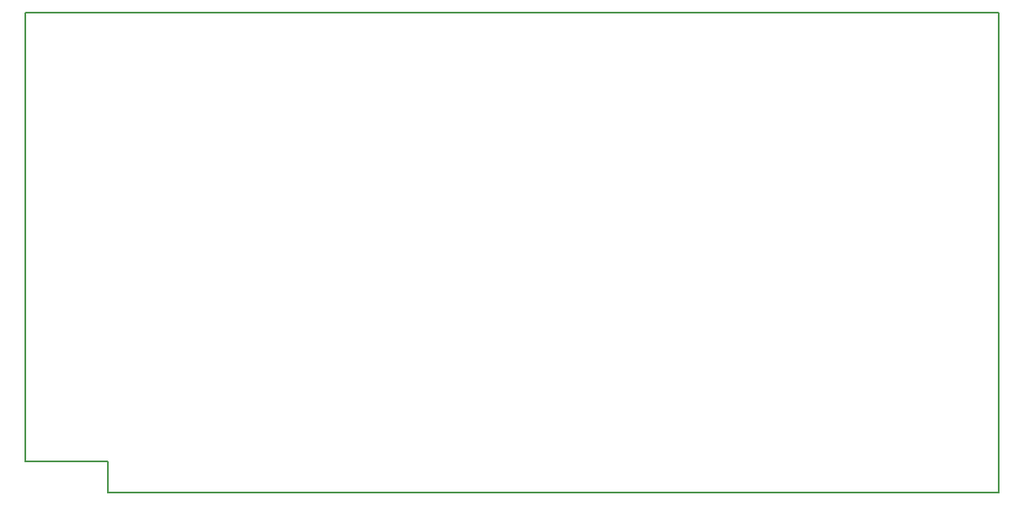
<source format=gko>
G04*
G04 #@! TF.GenerationSoftware,Altium Limited,Altium Designer,23.11.1 (41)*
G04*
G04 Layer_Color=16711935*
%FSLAX25Y25*%
%MOIN*%
G70*
G04*
G04 #@! TF.SameCoordinates,DA4C2B11-B2A6-48E5-B279-5A3AD9B65692*
G04*
G04*
G04 #@! TF.FilePolarity,Positive*
G04*
G01*
G75*
%ADD38C,0.00800*%
D38*
X5000Y17500D02*
X37500D01*
Y5000D02*
X390000D01*
Y195000D01*
X5000Y17500D02*
Y195000D01*
X390000D01*
X37500Y5000D02*
Y17500D01*
M02*

</source>
